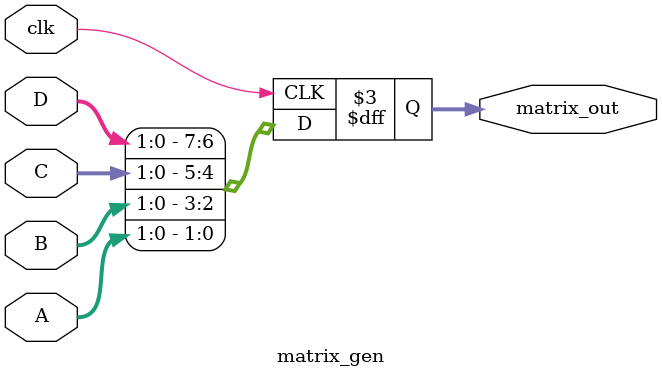
<source format=v>
`timescale 1ns / 1ps

module matrix_gen(
    input [1:0] A,
    input [1:0] B,
    input [1:0] C,
    input [1:0] D,
    input clk,
    output reg [7:0] matrix_out
    );
    
    initial matrix_out = 8'h00;
    always @(posedge clk)
    begin
        matrix_out <= {D[1:0], C[1:0], B[1:0], A[1:0]};
    end    
    
endmodule

</source>
